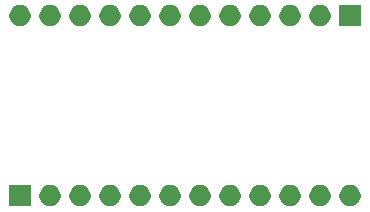
<source format=gbr>
G04 #@! TF.GenerationSoftware,KiCad,Pcbnew,(5.1.5)-3*
G04 #@! TF.CreationDate,2020-06-05T16:26:23+02:00*
G04 #@! TF.ProjectId,FFC_24Pin_P0.5mm_Breakout,4646435f-3234-4506-996e-5f50302e356d,rev?*
G04 #@! TF.SameCoordinates,Original*
G04 #@! TF.FileFunction,Soldermask,Bot*
G04 #@! TF.FilePolarity,Negative*
%FSLAX46Y46*%
G04 Gerber Fmt 4.6, Leading zero omitted, Abs format (unit mm)*
G04 Created by KiCad (PCBNEW (5.1.5)-3) date 2020-06-05 16:26:23*
%MOMM*%
%LPD*%
G04 APERTURE LIST*
%ADD10C,0.100000*%
G04 APERTURE END LIST*
D10*
G36*
X92341000Y-94881000D02*
G01*
X90539000Y-94881000D01*
X90539000Y-93079000D01*
X92341000Y-93079000D01*
X92341000Y-94881000D01*
G37*
G36*
X116953512Y-93083927D02*
G01*
X117102812Y-93113624D01*
X117266784Y-93181544D01*
X117414354Y-93280147D01*
X117539853Y-93405646D01*
X117638456Y-93553216D01*
X117706376Y-93717188D01*
X117741000Y-93891259D01*
X117741000Y-94068741D01*
X117706376Y-94242812D01*
X117638456Y-94406784D01*
X117539853Y-94554354D01*
X117414354Y-94679853D01*
X117266784Y-94778456D01*
X117102812Y-94846376D01*
X116953512Y-94876073D01*
X116928742Y-94881000D01*
X116751258Y-94881000D01*
X116726488Y-94876073D01*
X116577188Y-94846376D01*
X116413216Y-94778456D01*
X116265646Y-94679853D01*
X116140147Y-94554354D01*
X116041544Y-94406784D01*
X115973624Y-94242812D01*
X115939000Y-94068741D01*
X115939000Y-93891259D01*
X115973624Y-93717188D01*
X116041544Y-93553216D01*
X116140147Y-93405646D01*
X116265646Y-93280147D01*
X116413216Y-93181544D01*
X116577188Y-93113624D01*
X116726488Y-93083927D01*
X116751258Y-93079000D01*
X116928742Y-93079000D01*
X116953512Y-93083927D01*
G37*
G36*
X119493512Y-93083927D02*
G01*
X119642812Y-93113624D01*
X119806784Y-93181544D01*
X119954354Y-93280147D01*
X120079853Y-93405646D01*
X120178456Y-93553216D01*
X120246376Y-93717188D01*
X120281000Y-93891259D01*
X120281000Y-94068741D01*
X120246376Y-94242812D01*
X120178456Y-94406784D01*
X120079853Y-94554354D01*
X119954354Y-94679853D01*
X119806784Y-94778456D01*
X119642812Y-94846376D01*
X119493512Y-94876073D01*
X119468742Y-94881000D01*
X119291258Y-94881000D01*
X119266488Y-94876073D01*
X119117188Y-94846376D01*
X118953216Y-94778456D01*
X118805646Y-94679853D01*
X118680147Y-94554354D01*
X118581544Y-94406784D01*
X118513624Y-94242812D01*
X118479000Y-94068741D01*
X118479000Y-93891259D01*
X118513624Y-93717188D01*
X118581544Y-93553216D01*
X118680147Y-93405646D01*
X118805646Y-93280147D01*
X118953216Y-93181544D01*
X119117188Y-93113624D01*
X119266488Y-93083927D01*
X119291258Y-93079000D01*
X119468742Y-93079000D01*
X119493512Y-93083927D01*
G37*
G36*
X114413512Y-93083927D02*
G01*
X114562812Y-93113624D01*
X114726784Y-93181544D01*
X114874354Y-93280147D01*
X114999853Y-93405646D01*
X115098456Y-93553216D01*
X115166376Y-93717188D01*
X115201000Y-93891259D01*
X115201000Y-94068741D01*
X115166376Y-94242812D01*
X115098456Y-94406784D01*
X114999853Y-94554354D01*
X114874354Y-94679853D01*
X114726784Y-94778456D01*
X114562812Y-94846376D01*
X114413512Y-94876073D01*
X114388742Y-94881000D01*
X114211258Y-94881000D01*
X114186488Y-94876073D01*
X114037188Y-94846376D01*
X113873216Y-94778456D01*
X113725646Y-94679853D01*
X113600147Y-94554354D01*
X113501544Y-94406784D01*
X113433624Y-94242812D01*
X113399000Y-94068741D01*
X113399000Y-93891259D01*
X113433624Y-93717188D01*
X113501544Y-93553216D01*
X113600147Y-93405646D01*
X113725646Y-93280147D01*
X113873216Y-93181544D01*
X114037188Y-93113624D01*
X114186488Y-93083927D01*
X114211258Y-93079000D01*
X114388742Y-93079000D01*
X114413512Y-93083927D01*
G37*
G36*
X111873512Y-93083927D02*
G01*
X112022812Y-93113624D01*
X112186784Y-93181544D01*
X112334354Y-93280147D01*
X112459853Y-93405646D01*
X112558456Y-93553216D01*
X112626376Y-93717188D01*
X112661000Y-93891259D01*
X112661000Y-94068741D01*
X112626376Y-94242812D01*
X112558456Y-94406784D01*
X112459853Y-94554354D01*
X112334354Y-94679853D01*
X112186784Y-94778456D01*
X112022812Y-94846376D01*
X111873512Y-94876073D01*
X111848742Y-94881000D01*
X111671258Y-94881000D01*
X111646488Y-94876073D01*
X111497188Y-94846376D01*
X111333216Y-94778456D01*
X111185646Y-94679853D01*
X111060147Y-94554354D01*
X110961544Y-94406784D01*
X110893624Y-94242812D01*
X110859000Y-94068741D01*
X110859000Y-93891259D01*
X110893624Y-93717188D01*
X110961544Y-93553216D01*
X111060147Y-93405646D01*
X111185646Y-93280147D01*
X111333216Y-93181544D01*
X111497188Y-93113624D01*
X111646488Y-93083927D01*
X111671258Y-93079000D01*
X111848742Y-93079000D01*
X111873512Y-93083927D01*
G37*
G36*
X109333512Y-93083927D02*
G01*
X109482812Y-93113624D01*
X109646784Y-93181544D01*
X109794354Y-93280147D01*
X109919853Y-93405646D01*
X110018456Y-93553216D01*
X110086376Y-93717188D01*
X110121000Y-93891259D01*
X110121000Y-94068741D01*
X110086376Y-94242812D01*
X110018456Y-94406784D01*
X109919853Y-94554354D01*
X109794354Y-94679853D01*
X109646784Y-94778456D01*
X109482812Y-94846376D01*
X109333512Y-94876073D01*
X109308742Y-94881000D01*
X109131258Y-94881000D01*
X109106488Y-94876073D01*
X108957188Y-94846376D01*
X108793216Y-94778456D01*
X108645646Y-94679853D01*
X108520147Y-94554354D01*
X108421544Y-94406784D01*
X108353624Y-94242812D01*
X108319000Y-94068741D01*
X108319000Y-93891259D01*
X108353624Y-93717188D01*
X108421544Y-93553216D01*
X108520147Y-93405646D01*
X108645646Y-93280147D01*
X108793216Y-93181544D01*
X108957188Y-93113624D01*
X109106488Y-93083927D01*
X109131258Y-93079000D01*
X109308742Y-93079000D01*
X109333512Y-93083927D01*
G37*
G36*
X106793512Y-93083927D02*
G01*
X106942812Y-93113624D01*
X107106784Y-93181544D01*
X107254354Y-93280147D01*
X107379853Y-93405646D01*
X107478456Y-93553216D01*
X107546376Y-93717188D01*
X107581000Y-93891259D01*
X107581000Y-94068741D01*
X107546376Y-94242812D01*
X107478456Y-94406784D01*
X107379853Y-94554354D01*
X107254354Y-94679853D01*
X107106784Y-94778456D01*
X106942812Y-94846376D01*
X106793512Y-94876073D01*
X106768742Y-94881000D01*
X106591258Y-94881000D01*
X106566488Y-94876073D01*
X106417188Y-94846376D01*
X106253216Y-94778456D01*
X106105646Y-94679853D01*
X105980147Y-94554354D01*
X105881544Y-94406784D01*
X105813624Y-94242812D01*
X105779000Y-94068741D01*
X105779000Y-93891259D01*
X105813624Y-93717188D01*
X105881544Y-93553216D01*
X105980147Y-93405646D01*
X106105646Y-93280147D01*
X106253216Y-93181544D01*
X106417188Y-93113624D01*
X106566488Y-93083927D01*
X106591258Y-93079000D01*
X106768742Y-93079000D01*
X106793512Y-93083927D01*
G37*
G36*
X104253512Y-93083927D02*
G01*
X104402812Y-93113624D01*
X104566784Y-93181544D01*
X104714354Y-93280147D01*
X104839853Y-93405646D01*
X104938456Y-93553216D01*
X105006376Y-93717188D01*
X105041000Y-93891259D01*
X105041000Y-94068741D01*
X105006376Y-94242812D01*
X104938456Y-94406784D01*
X104839853Y-94554354D01*
X104714354Y-94679853D01*
X104566784Y-94778456D01*
X104402812Y-94846376D01*
X104253512Y-94876073D01*
X104228742Y-94881000D01*
X104051258Y-94881000D01*
X104026488Y-94876073D01*
X103877188Y-94846376D01*
X103713216Y-94778456D01*
X103565646Y-94679853D01*
X103440147Y-94554354D01*
X103341544Y-94406784D01*
X103273624Y-94242812D01*
X103239000Y-94068741D01*
X103239000Y-93891259D01*
X103273624Y-93717188D01*
X103341544Y-93553216D01*
X103440147Y-93405646D01*
X103565646Y-93280147D01*
X103713216Y-93181544D01*
X103877188Y-93113624D01*
X104026488Y-93083927D01*
X104051258Y-93079000D01*
X104228742Y-93079000D01*
X104253512Y-93083927D01*
G37*
G36*
X101713512Y-93083927D02*
G01*
X101862812Y-93113624D01*
X102026784Y-93181544D01*
X102174354Y-93280147D01*
X102299853Y-93405646D01*
X102398456Y-93553216D01*
X102466376Y-93717188D01*
X102501000Y-93891259D01*
X102501000Y-94068741D01*
X102466376Y-94242812D01*
X102398456Y-94406784D01*
X102299853Y-94554354D01*
X102174354Y-94679853D01*
X102026784Y-94778456D01*
X101862812Y-94846376D01*
X101713512Y-94876073D01*
X101688742Y-94881000D01*
X101511258Y-94881000D01*
X101486488Y-94876073D01*
X101337188Y-94846376D01*
X101173216Y-94778456D01*
X101025646Y-94679853D01*
X100900147Y-94554354D01*
X100801544Y-94406784D01*
X100733624Y-94242812D01*
X100699000Y-94068741D01*
X100699000Y-93891259D01*
X100733624Y-93717188D01*
X100801544Y-93553216D01*
X100900147Y-93405646D01*
X101025646Y-93280147D01*
X101173216Y-93181544D01*
X101337188Y-93113624D01*
X101486488Y-93083927D01*
X101511258Y-93079000D01*
X101688742Y-93079000D01*
X101713512Y-93083927D01*
G37*
G36*
X99173512Y-93083927D02*
G01*
X99322812Y-93113624D01*
X99486784Y-93181544D01*
X99634354Y-93280147D01*
X99759853Y-93405646D01*
X99858456Y-93553216D01*
X99926376Y-93717188D01*
X99961000Y-93891259D01*
X99961000Y-94068741D01*
X99926376Y-94242812D01*
X99858456Y-94406784D01*
X99759853Y-94554354D01*
X99634354Y-94679853D01*
X99486784Y-94778456D01*
X99322812Y-94846376D01*
X99173512Y-94876073D01*
X99148742Y-94881000D01*
X98971258Y-94881000D01*
X98946488Y-94876073D01*
X98797188Y-94846376D01*
X98633216Y-94778456D01*
X98485646Y-94679853D01*
X98360147Y-94554354D01*
X98261544Y-94406784D01*
X98193624Y-94242812D01*
X98159000Y-94068741D01*
X98159000Y-93891259D01*
X98193624Y-93717188D01*
X98261544Y-93553216D01*
X98360147Y-93405646D01*
X98485646Y-93280147D01*
X98633216Y-93181544D01*
X98797188Y-93113624D01*
X98946488Y-93083927D01*
X98971258Y-93079000D01*
X99148742Y-93079000D01*
X99173512Y-93083927D01*
G37*
G36*
X96633512Y-93083927D02*
G01*
X96782812Y-93113624D01*
X96946784Y-93181544D01*
X97094354Y-93280147D01*
X97219853Y-93405646D01*
X97318456Y-93553216D01*
X97386376Y-93717188D01*
X97421000Y-93891259D01*
X97421000Y-94068741D01*
X97386376Y-94242812D01*
X97318456Y-94406784D01*
X97219853Y-94554354D01*
X97094354Y-94679853D01*
X96946784Y-94778456D01*
X96782812Y-94846376D01*
X96633512Y-94876073D01*
X96608742Y-94881000D01*
X96431258Y-94881000D01*
X96406488Y-94876073D01*
X96257188Y-94846376D01*
X96093216Y-94778456D01*
X95945646Y-94679853D01*
X95820147Y-94554354D01*
X95721544Y-94406784D01*
X95653624Y-94242812D01*
X95619000Y-94068741D01*
X95619000Y-93891259D01*
X95653624Y-93717188D01*
X95721544Y-93553216D01*
X95820147Y-93405646D01*
X95945646Y-93280147D01*
X96093216Y-93181544D01*
X96257188Y-93113624D01*
X96406488Y-93083927D01*
X96431258Y-93079000D01*
X96608742Y-93079000D01*
X96633512Y-93083927D01*
G37*
G36*
X94093512Y-93083927D02*
G01*
X94242812Y-93113624D01*
X94406784Y-93181544D01*
X94554354Y-93280147D01*
X94679853Y-93405646D01*
X94778456Y-93553216D01*
X94846376Y-93717188D01*
X94881000Y-93891259D01*
X94881000Y-94068741D01*
X94846376Y-94242812D01*
X94778456Y-94406784D01*
X94679853Y-94554354D01*
X94554354Y-94679853D01*
X94406784Y-94778456D01*
X94242812Y-94846376D01*
X94093512Y-94876073D01*
X94068742Y-94881000D01*
X93891258Y-94881000D01*
X93866488Y-94876073D01*
X93717188Y-94846376D01*
X93553216Y-94778456D01*
X93405646Y-94679853D01*
X93280147Y-94554354D01*
X93181544Y-94406784D01*
X93113624Y-94242812D01*
X93079000Y-94068741D01*
X93079000Y-93891259D01*
X93113624Y-93717188D01*
X93181544Y-93553216D01*
X93280147Y-93405646D01*
X93405646Y-93280147D01*
X93553216Y-93181544D01*
X93717188Y-93113624D01*
X93866488Y-93083927D01*
X93891258Y-93079000D01*
X94068742Y-93079000D01*
X94093512Y-93083927D01*
G37*
G36*
X91553512Y-77843927D02*
G01*
X91702812Y-77873624D01*
X91866784Y-77941544D01*
X92014354Y-78040147D01*
X92139853Y-78165646D01*
X92238456Y-78313216D01*
X92306376Y-78477188D01*
X92341000Y-78651259D01*
X92341000Y-78828741D01*
X92306376Y-79002812D01*
X92238456Y-79166784D01*
X92139853Y-79314354D01*
X92014354Y-79439853D01*
X91866784Y-79538456D01*
X91702812Y-79606376D01*
X91553512Y-79636073D01*
X91528742Y-79641000D01*
X91351258Y-79641000D01*
X91326488Y-79636073D01*
X91177188Y-79606376D01*
X91013216Y-79538456D01*
X90865646Y-79439853D01*
X90740147Y-79314354D01*
X90641544Y-79166784D01*
X90573624Y-79002812D01*
X90539000Y-78828741D01*
X90539000Y-78651259D01*
X90573624Y-78477188D01*
X90641544Y-78313216D01*
X90740147Y-78165646D01*
X90865646Y-78040147D01*
X91013216Y-77941544D01*
X91177188Y-77873624D01*
X91326488Y-77843927D01*
X91351258Y-77839000D01*
X91528742Y-77839000D01*
X91553512Y-77843927D01*
G37*
G36*
X96633512Y-77843927D02*
G01*
X96782812Y-77873624D01*
X96946784Y-77941544D01*
X97094354Y-78040147D01*
X97219853Y-78165646D01*
X97318456Y-78313216D01*
X97386376Y-78477188D01*
X97421000Y-78651259D01*
X97421000Y-78828741D01*
X97386376Y-79002812D01*
X97318456Y-79166784D01*
X97219853Y-79314354D01*
X97094354Y-79439853D01*
X96946784Y-79538456D01*
X96782812Y-79606376D01*
X96633512Y-79636073D01*
X96608742Y-79641000D01*
X96431258Y-79641000D01*
X96406488Y-79636073D01*
X96257188Y-79606376D01*
X96093216Y-79538456D01*
X95945646Y-79439853D01*
X95820147Y-79314354D01*
X95721544Y-79166784D01*
X95653624Y-79002812D01*
X95619000Y-78828741D01*
X95619000Y-78651259D01*
X95653624Y-78477188D01*
X95721544Y-78313216D01*
X95820147Y-78165646D01*
X95945646Y-78040147D01*
X96093216Y-77941544D01*
X96257188Y-77873624D01*
X96406488Y-77843927D01*
X96431258Y-77839000D01*
X96608742Y-77839000D01*
X96633512Y-77843927D01*
G37*
G36*
X99173512Y-77843927D02*
G01*
X99322812Y-77873624D01*
X99486784Y-77941544D01*
X99634354Y-78040147D01*
X99759853Y-78165646D01*
X99858456Y-78313216D01*
X99926376Y-78477188D01*
X99961000Y-78651259D01*
X99961000Y-78828741D01*
X99926376Y-79002812D01*
X99858456Y-79166784D01*
X99759853Y-79314354D01*
X99634354Y-79439853D01*
X99486784Y-79538456D01*
X99322812Y-79606376D01*
X99173512Y-79636073D01*
X99148742Y-79641000D01*
X98971258Y-79641000D01*
X98946488Y-79636073D01*
X98797188Y-79606376D01*
X98633216Y-79538456D01*
X98485646Y-79439853D01*
X98360147Y-79314354D01*
X98261544Y-79166784D01*
X98193624Y-79002812D01*
X98159000Y-78828741D01*
X98159000Y-78651259D01*
X98193624Y-78477188D01*
X98261544Y-78313216D01*
X98360147Y-78165646D01*
X98485646Y-78040147D01*
X98633216Y-77941544D01*
X98797188Y-77873624D01*
X98946488Y-77843927D01*
X98971258Y-77839000D01*
X99148742Y-77839000D01*
X99173512Y-77843927D01*
G37*
G36*
X101713512Y-77843927D02*
G01*
X101862812Y-77873624D01*
X102026784Y-77941544D01*
X102174354Y-78040147D01*
X102299853Y-78165646D01*
X102398456Y-78313216D01*
X102466376Y-78477188D01*
X102501000Y-78651259D01*
X102501000Y-78828741D01*
X102466376Y-79002812D01*
X102398456Y-79166784D01*
X102299853Y-79314354D01*
X102174354Y-79439853D01*
X102026784Y-79538456D01*
X101862812Y-79606376D01*
X101713512Y-79636073D01*
X101688742Y-79641000D01*
X101511258Y-79641000D01*
X101486488Y-79636073D01*
X101337188Y-79606376D01*
X101173216Y-79538456D01*
X101025646Y-79439853D01*
X100900147Y-79314354D01*
X100801544Y-79166784D01*
X100733624Y-79002812D01*
X100699000Y-78828741D01*
X100699000Y-78651259D01*
X100733624Y-78477188D01*
X100801544Y-78313216D01*
X100900147Y-78165646D01*
X101025646Y-78040147D01*
X101173216Y-77941544D01*
X101337188Y-77873624D01*
X101486488Y-77843927D01*
X101511258Y-77839000D01*
X101688742Y-77839000D01*
X101713512Y-77843927D01*
G37*
G36*
X104253512Y-77843927D02*
G01*
X104402812Y-77873624D01*
X104566784Y-77941544D01*
X104714354Y-78040147D01*
X104839853Y-78165646D01*
X104938456Y-78313216D01*
X105006376Y-78477188D01*
X105041000Y-78651259D01*
X105041000Y-78828741D01*
X105006376Y-79002812D01*
X104938456Y-79166784D01*
X104839853Y-79314354D01*
X104714354Y-79439853D01*
X104566784Y-79538456D01*
X104402812Y-79606376D01*
X104253512Y-79636073D01*
X104228742Y-79641000D01*
X104051258Y-79641000D01*
X104026488Y-79636073D01*
X103877188Y-79606376D01*
X103713216Y-79538456D01*
X103565646Y-79439853D01*
X103440147Y-79314354D01*
X103341544Y-79166784D01*
X103273624Y-79002812D01*
X103239000Y-78828741D01*
X103239000Y-78651259D01*
X103273624Y-78477188D01*
X103341544Y-78313216D01*
X103440147Y-78165646D01*
X103565646Y-78040147D01*
X103713216Y-77941544D01*
X103877188Y-77873624D01*
X104026488Y-77843927D01*
X104051258Y-77839000D01*
X104228742Y-77839000D01*
X104253512Y-77843927D01*
G37*
G36*
X94093512Y-77843927D02*
G01*
X94242812Y-77873624D01*
X94406784Y-77941544D01*
X94554354Y-78040147D01*
X94679853Y-78165646D01*
X94778456Y-78313216D01*
X94846376Y-78477188D01*
X94881000Y-78651259D01*
X94881000Y-78828741D01*
X94846376Y-79002812D01*
X94778456Y-79166784D01*
X94679853Y-79314354D01*
X94554354Y-79439853D01*
X94406784Y-79538456D01*
X94242812Y-79606376D01*
X94093512Y-79636073D01*
X94068742Y-79641000D01*
X93891258Y-79641000D01*
X93866488Y-79636073D01*
X93717188Y-79606376D01*
X93553216Y-79538456D01*
X93405646Y-79439853D01*
X93280147Y-79314354D01*
X93181544Y-79166784D01*
X93113624Y-79002812D01*
X93079000Y-78828741D01*
X93079000Y-78651259D01*
X93113624Y-78477188D01*
X93181544Y-78313216D01*
X93280147Y-78165646D01*
X93405646Y-78040147D01*
X93553216Y-77941544D01*
X93717188Y-77873624D01*
X93866488Y-77843927D01*
X93891258Y-77839000D01*
X94068742Y-77839000D01*
X94093512Y-77843927D01*
G37*
G36*
X109333512Y-77843927D02*
G01*
X109482812Y-77873624D01*
X109646784Y-77941544D01*
X109794354Y-78040147D01*
X109919853Y-78165646D01*
X110018456Y-78313216D01*
X110086376Y-78477188D01*
X110121000Y-78651259D01*
X110121000Y-78828741D01*
X110086376Y-79002812D01*
X110018456Y-79166784D01*
X109919853Y-79314354D01*
X109794354Y-79439853D01*
X109646784Y-79538456D01*
X109482812Y-79606376D01*
X109333512Y-79636073D01*
X109308742Y-79641000D01*
X109131258Y-79641000D01*
X109106488Y-79636073D01*
X108957188Y-79606376D01*
X108793216Y-79538456D01*
X108645646Y-79439853D01*
X108520147Y-79314354D01*
X108421544Y-79166784D01*
X108353624Y-79002812D01*
X108319000Y-78828741D01*
X108319000Y-78651259D01*
X108353624Y-78477188D01*
X108421544Y-78313216D01*
X108520147Y-78165646D01*
X108645646Y-78040147D01*
X108793216Y-77941544D01*
X108957188Y-77873624D01*
X109106488Y-77843927D01*
X109131258Y-77839000D01*
X109308742Y-77839000D01*
X109333512Y-77843927D01*
G37*
G36*
X111873512Y-77843927D02*
G01*
X112022812Y-77873624D01*
X112186784Y-77941544D01*
X112334354Y-78040147D01*
X112459853Y-78165646D01*
X112558456Y-78313216D01*
X112626376Y-78477188D01*
X112661000Y-78651259D01*
X112661000Y-78828741D01*
X112626376Y-79002812D01*
X112558456Y-79166784D01*
X112459853Y-79314354D01*
X112334354Y-79439853D01*
X112186784Y-79538456D01*
X112022812Y-79606376D01*
X111873512Y-79636073D01*
X111848742Y-79641000D01*
X111671258Y-79641000D01*
X111646488Y-79636073D01*
X111497188Y-79606376D01*
X111333216Y-79538456D01*
X111185646Y-79439853D01*
X111060147Y-79314354D01*
X110961544Y-79166784D01*
X110893624Y-79002812D01*
X110859000Y-78828741D01*
X110859000Y-78651259D01*
X110893624Y-78477188D01*
X110961544Y-78313216D01*
X111060147Y-78165646D01*
X111185646Y-78040147D01*
X111333216Y-77941544D01*
X111497188Y-77873624D01*
X111646488Y-77843927D01*
X111671258Y-77839000D01*
X111848742Y-77839000D01*
X111873512Y-77843927D01*
G37*
G36*
X114413512Y-77843927D02*
G01*
X114562812Y-77873624D01*
X114726784Y-77941544D01*
X114874354Y-78040147D01*
X114999853Y-78165646D01*
X115098456Y-78313216D01*
X115166376Y-78477188D01*
X115201000Y-78651259D01*
X115201000Y-78828741D01*
X115166376Y-79002812D01*
X115098456Y-79166784D01*
X114999853Y-79314354D01*
X114874354Y-79439853D01*
X114726784Y-79538456D01*
X114562812Y-79606376D01*
X114413512Y-79636073D01*
X114388742Y-79641000D01*
X114211258Y-79641000D01*
X114186488Y-79636073D01*
X114037188Y-79606376D01*
X113873216Y-79538456D01*
X113725646Y-79439853D01*
X113600147Y-79314354D01*
X113501544Y-79166784D01*
X113433624Y-79002812D01*
X113399000Y-78828741D01*
X113399000Y-78651259D01*
X113433624Y-78477188D01*
X113501544Y-78313216D01*
X113600147Y-78165646D01*
X113725646Y-78040147D01*
X113873216Y-77941544D01*
X114037188Y-77873624D01*
X114186488Y-77843927D01*
X114211258Y-77839000D01*
X114388742Y-77839000D01*
X114413512Y-77843927D01*
G37*
G36*
X116953512Y-77843927D02*
G01*
X117102812Y-77873624D01*
X117266784Y-77941544D01*
X117414354Y-78040147D01*
X117539853Y-78165646D01*
X117638456Y-78313216D01*
X117706376Y-78477188D01*
X117741000Y-78651259D01*
X117741000Y-78828741D01*
X117706376Y-79002812D01*
X117638456Y-79166784D01*
X117539853Y-79314354D01*
X117414354Y-79439853D01*
X117266784Y-79538456D01*
X117102812Y-79606376D01*
X116953512Y-79636073D01*
X116928742Y-79641000D01*
X116751258Y-79641000D01*
X116726488Y-79636073D01*
X116577188Y-79606376D01*
X116413216Y-79538456D01*
X116265646Y-79439853D01*
X116140147Y-79314354D01*
X116041544Y-79166784D01*
X115973624Y-79002812D01*
X115939000Y-78828741D01*
X115939000Y-78651259D01*
X115973624Y-78477188D01*
X116041544Y-78313216D01*
X116140147Y-78165646D01*
X116265646Y-78040147D01*
X116413216Y-77941544D01*
X116577188Y-77873624D01*
X116726488Y-77843927D01*
X116751258Y-77839000D01*
X116928742Y-77839000D01*
X116953512Y-77843927D01*
G37*
G36*
X120281000Y-79641000D02*
G01*
X118479000Y-79641000D01*
X118479000Y-77839000D01*
X120281000Y-77839000D01*
X120281000Y-79641000D01*
G37*
G36*
X106793512Y-77843927D02*
G01*
X106942812Y-77873624D01*
X107106784Y-77941544D01*
X107254354Y-78040147D01*
X107379853Y-78165646D01*
X107478456Y-78313216D01*
X107546376Y-78477188D01*
X107581000Y-78651259D01*
X107581000Y-78828741D01*
X107546376Y-79002812D01*
X107478456Y-79166784D01*
X107379853Y-79314354D01*
X107254354Y-79439853D01*
X107106784Y-79538456D01*
X106942812Y-79606376D01*
X106793512Y-79636073D01*
X106768742Y-79641000D01*
X106591258Y-79641000D01*
X106566488Y-79636073D01*
X106417188Y-79606376D01*
X106253216Y-79538456D01*
X106105646Y-79439853D01*
X105980147Y-79314354D01*
X105881544Y-79166784D01*
X105813624Y-79002812D01*
X105779000Y-78828741D01*
X105779000Y-78651259D01*
X105813624Y-78477188D01*
X105881544Y-78313216D01*
X105980147Y-78165646D01*
X106105646Y-78040147D01*
X106253216Y-77941544D01*
X106417188Y-77873624D01*
X106566488Y-77843927D01*
X106591258Y-77839000D01*
X106768742Y-77839000D01*
X106793512Y-77843927D01*
G37*
M02*

</source>
